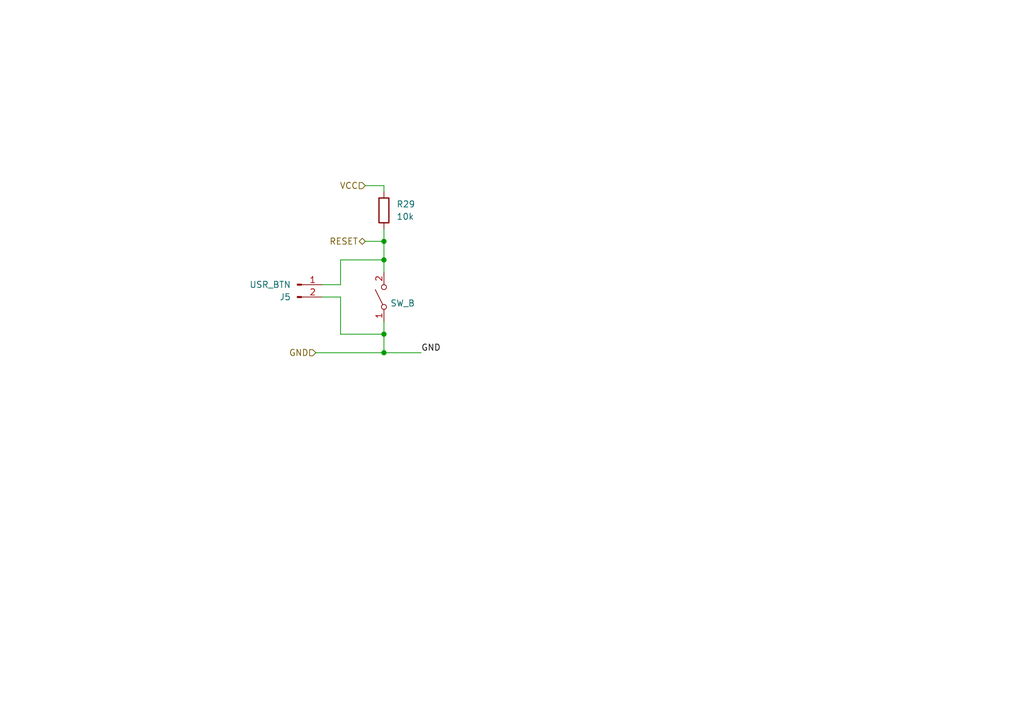
<source format=kicad_sch>
(kicad_sch (version 20231120) (generator "eeschema") (generator_version "8.0")
  (paper "A5")
  (title_block (title "REset") (date "2024-04-17") (rev "1.0"))
  (lib_symbols
    (symbol "Connector:Conn_01x02_Pin" (pin_names (offset 1.016) hide)
      (property "Reference" "J" (at 0 2.54 0))
      (property "Value" "Conn_01x02_Pin" (at 0 -5.08 0))
      (symbol "Conn_01x02_Pin_1_1"
        (polyline (pts (xy 1.27 -2.54) (xy 0.8636 -2.54)) (stroke (width 0.1524)))
        (polyline (pts (xy 1.27 0) (xy 0.8636 0)) (stroke (width 0.1524)))
        (rectangle (start 0.8636 -2.413) (end 0 -2.667) (stroke (width 0.1524)) (fill (type outline)))
        (rectangle (start 0.8636 0.127) (end 0 -0.127) (stroke (width 0.1524)) (fill (type outline)))
        (pin passive line (at 5.08 0 180) (length 3.81) (name "Pin_1") (number "1"))
        (pin passive line (at 5.08 -2.54 180) (length 3.81) (name "Pin_2") (number "2"))
      )
    )
    (symbol "Device:R" (pin_numbers hide) (pin_names (offset 0))
      (property "Reference" "R" (at 2.032 0 90))
      (property "Value" "R" (at 0 0 90))
      (symbol "R_0_1"
        (rectangle (start -1.016 -2.54) (end 1.016 2.54) (stroke (width 0.254)))
      )
      (symbol "R_1_1"
        (pin passive line (at 0 3.81 270) (length 1.27) (name "~") (number "1"))
        (pin passive line (at 0 -3.81 90) (length 1.27) (name "~") (number "2"))
      )
    )
    (symbol "Switch:SW_DPST_x2" (pin_names (offset 0) hide)
      (property "Reference" "SW" (at 0 3.175 0))
      (property "Value" "SW_DPST_x2" (at 0 -2.54 0))
      (symbol "SW_DPST_x2_0_0"
        (circle (center -2.032 0) (radius 0.508))
        (polyline (pts (xy -1.524 0.254) (xy 1.524 1.778)))
        (circle (center 2.032 0) (radius 0.508))
      )
      (symbol "SW_DPST_x2_1_1"
        (pin passive line (at -5.08 0 0) (length 2.54) (name "A") (number "1"))
        (pin passive line (at 5.08 0 180) (length 2.54) (name "B") (number "2"))
      )
      (symbol "SW_DPST_x2_2_1"
        (pin passive line (at -5.08 0 0) (length 2.54) (name "A") (number "3"))
        (pin passive line (at 5.08 0 180) (length 2.54) (name "B") (number "4"))
      )
    )
  )
  (junction (at 78.74 72.39))
  (junction (at 78.74 53.34))
  (junction (at 78.74 49.53))
  (junction (at 78.74 68.58))
  (wire (pts (xy 69.85 68.58) (xy 78.74 68.58)))
  (wire (pts (xy 66.04 60.96) (xy 69.85 60.96)))
  (wire (pts (xy 69.85 60.96) (xy 69.85 68.58)))
  (wire (pts (xy 69.85 58.42) (xy 69.85 53.34)))
  (wire (pts (xy 78.74 39.37) (xy 78.74 38.1)))
  (wire (pts (xy 78.74 46.99) (xy 78.74 49.53)))
  (wire (pts (xy 78.74 66.04) (xy 78.74 68.58)))
  (wire (pts (xy 69.85 53.34) (xy 78.74 53.34)))
  (wire (pts (xy 78.74 72.39) (xy 86.36 72.39)))
  (wire (pts (xy 64.77 72.39) (xy 78.74 72.39)))
  (wire (pts (xy 78.74 49.53) (xy 74.93 49.53)))
  (wire (pts (xy 74.93 38.1) (xy 78.74 38.1)))
  (wire (pts (xy 78.74 53.34) (xy 78.74 55.88)))
  (wire (pts (xy 66.04 58.42) (xy 69.85 58.42)))
  (wire (pts (xy 78.74 49.53) (xy 78.74 53.34)))
  (wire (pts (xy 78.74 68.58) (xy 78.74 72.39)))
  (label "GND" (at 86.36 72.39 0))
  (hierarchical_label "GND" (shape input) (at 64.77 72.39 180))
  (hierarchical_label "RESET" (shape bidirectional) (at 74.93 49.53 180))
  (hierarchical_label "VCC" (shape input) (at 74.93 38.1 180))
  (symbol (lib_id "Switch:SW_DPST_x2") (at 78.74 60.96 90) (unit 1)
    (property "Reference" "SW4" (effects (hide yes)))
    (property "Value" "SW_B" (at 80.01 62.2299 90) (effects (justify right)))
    (property "Footprint" "Button_Switch_THT:SW_PUSH_6mm_H8mm" (effects (hide yes)))
    (property "Description" "Single Pole Single Throw (SPST) switch, separate symbol" (effects (hide yes)))
  )
  (symbol (lib_id "Connector:Conn_01x02_Pin") (at 60.96 58.42 0) (unit 1)
    (property "Reference" "J5" (at 59.69 60.9601 0) (effects (justify right)))
    (property "Value" "USR_BTN" (at 59.69 58.4201 0) (effects (justify right)))
    (property "Footprint" "TerminalBlock_Phoenix:TerminalBlock_Phoenix_MPT-0,5-2-2.54_1x02_P2.54mm_Horizontal" (effects (hide yes)))
  )
  (symbol (lib_id "Device:R") (at 78.74 43.18 0) (unit 1)
    (property "Reference" "R29" (at 81.28 41.91 0) (effects (justify left)))
    (property "Value" "10k" (at 81.28 44.45 0) (effects (justify left)))
    (property "Footprint" "Resistor_THT:R_Axial_DIN0207_L6.3mm_D2.5mm_P7.62mm_Horizontal" (effects (hide yes)))
  )
)
</source>
